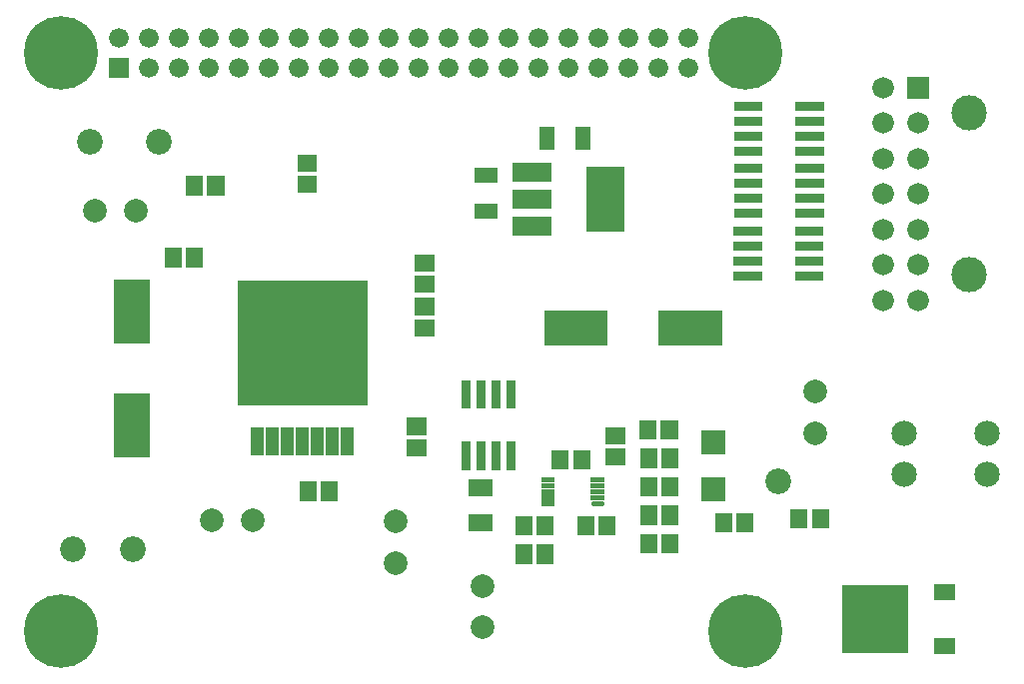
<source format=gbr>
G04 start of page 8 for group -4063 idx -4063 *
G04 Title: RspPiPS, componentmask *
G04 Creator: pcb 4.0.2 *
G04 CreationDate: Thu Dec 16 04:25:21 2021 UTC *
G04 For: austin *
G04 Format: Gerber/RS-274X *
G04 PCB-Dimensions (mil): 10000.00 10000.00 *
G04 PCB-Coordinate-Origin: lower left *
%MOIN*%
%FSLAX25Y25*%
%LNTOPMASK*%
%ADD96C,0.0180*%
%ADD95C,0.0660*%
%ADD94C,0.0846*%
%ADD93C,0.0860*%
%ADD92C,0.0787*%
%ADD91C,0.1181*%
%ADD90C,0.0720*%
%ADD89C,0.0001*%
%ADD88C,0.2461*%
G54D88*X383858Y761811D03*
G54D89*G36*
X437861Y753746D02*Y746546D01*
X445061D01*
Y753746D01*
X437861D01*
G37*
G54D90*X441461Y738335D03*
Y726524D03*
Y714713D03*
Y702902D03*
Y691091D03*
Y679280D03*
G54D91*X458469Y687783D03*
G54D90*X429650Y750146D03*
Y738335D03*
G54D91*X458469Y741720D03*
G54D90*X429650Y726524D03*
Y714713D03*
Y702902D03*
Y691091D03*
Y679280D03*
G54D88*X383858Y568898D03*
G54D92*X267000Y605390D03*
Y591610D03*
X295949Y583768D03*
Y569988D03*
G54D93*X394736Y618866D03*
G54D92*X407236Y648756D03*
Y634976D03*
G54D94*X436736Y621189D03*
X464295D03*
Y634969D03*
X436736D03*
G54D88*X155512Y761811D03*
G54D89*G36*
X171400Y760100D02*Y753500D01*
X178000D01*
Y760100D01*
X171400D01*
G37*
G54D95*X174700Y766800D03*
X184700Y756800D03*
Y766800D03*
G54D93*X188000Y732000D03*
G54D92*X180535Y709276D03*
X166756D03*
G54D93*X164961Y732283D03*
G54D88*X155512Y568898D03*
G54D92*X219425Y605799D03*
X205646D03*
G54D93*X159500Y596000D03*
X179500D03*
G54D95*X194700Y756800D03*
X204700D03*
X214700D03*
X194700Y766800D03*
X204700D03*
X214700D03*
X224700Y756800D03*
X234700D03*
X244700D03*
X254700D03*
X224700Y766800D03*
X234700D03*
X244700D03*
X254700D03*
X264700Y756800D03*
X274700D03*
X284700D03*
X264700Y766800D03*
X274700D03*
X284700D03*
X294700D03*
X304700D03*
X314700D03*
X294700Y756800D03*
X304700D03*
X314700D03*
X324700D03*
Y766800D03*
X334700Y756800D03*
X344700D03*
X354700D03*
X364700D03*
X334700Y766800D03*
X344700D03*
X354700D03*
X364700D03*
G54D89*G36*
X214350Y685900D02*Y644100D01*
X257650D01*
Y685900D01*
X214350D01*
G37*
G36*
X202902Y696752D02*X197184D01*
Y690248D01*
X202902D01*
Y696752D01*
G37*
G36*
X195816D02*X190098D01*
Y690248D01*
X195816D01*
Y696752D01*
G37*
G36*
X184906Y686224D02*X173094D01*
Y664965D01*
X184906D01*
Y686224D01*
G37*
G36*
X234291Y720773D02*Y715055D01*
X240795D01*
Y720773D01*
X234291D01*
G37*
G36*
Y727859D02*Y722141D01*
X240795D01*
Y727859D01*
X234291D01*
G37*
G36*
X209945Y720752D02*X204227D01*
Y714248D01*
X209945D01*
Y720752D01*
G37*
G36*
X202859D02*X197141D01*
Y714248D01*
X202859D01*
Y720752D01*
G37*
G36*
X247859Y618752D02*X242141D01*
Y612248D01*
X247859D01*
Y618752D01*
G37*
G36*
X240773D02*X235055D01*
Y612248D01*
X240773D01*
Y618752D01*
G37*
G36*
X184906Y648035D02*X173094D01*
Y626776D01*
X184906D01*
Y648035D01*
G37*
G36*
X223200Y636850D02*X218800D01*
Y627550D01*
X223200D01*
Y636850D01*
G37*
G36*
X228200D02*X223800D01*
Y627550D01*
X228200D01*
Y636850D01*
G37*
G36*
X233200D02*X228800D01*
Y627550D01*
X233200D01*
Y636850D01*
G37*
G36*
X238200D02*X233800D01*
Y627550D01*
X238200D01*
Y636850D01*
G37*
G36*
X243200D02*X238800D01*
Y627550D01*
X243200D01*
Y636850D01*
G37*
G36*
X248200D02*X243800D01*
Y627550D01*
X248200D01*
Y636850D01*
G37*
G36*
X253200D02*X248800D01*
Y627550D01*
X253200D01*
Y636850D01*
G37*
G36*
X292043Y632049D02*X289043D01*
Y622549D01*
X292043D01*
Y632049D01*
G37*
G36*
X297043D02*X294043D01*
Y622549D01*
X297043D01*
Y632049D01*
G37*
G36*
X302043D02*X299043D01*
Y622549D01*
X302043D01*
Y632049D01*
G37*
G36*
X307043D02*X304043D01*
Y622549D01*
X307043D01*
Y632049D01*
G37*
G36*
X291472Y619528D02*Y613810D01*
X299552D01*
Y619528D01*
X291472D01*
G37*
G36*
X307043Y652549D02*X304043D01*
Y643049D01*
X307043D01*
Y652549D01*
G37*
G36*
X302043D02*X299043D01*
Y643049D01*
X302043D01*
Y652549D01*
G37*
G36*
X297043D02*X294043D01*
Y643049D01*
X297043D01*
Y652549D01*
G37*
G36*
X292043D02*X289043D01*
Y643049D01*
X292043D01*
Y652549D01*
G37*
G36*
X270748Y639988D02*Y634270D01*
X277252D01*
Y639988D01*
X270748D01*
G37*
G36*
Y632902D02*Y627184D01*
X277252D01*
Y632902D01*
X270748D01*
G37*
G36*
X273520Y679997D02*Y674279D01*
X280024D01*
Y679997D01*
X273520D01*
G37*
G36*
Y672911D02*Y667193D01*
X280024D01*
Y672911D01*
X273520D01*
G37*
G36*
Y687478D02*Y681760D01*
X280024D01*
Y687478D01*
X273520D01*
G37*
G36*
Y694564D02*Y688846D01*
X280024D01*
Y694564D01*
X273520D01*
G37*
G36*
X379316Y608252D02*X373598D01*
Y601748D01*
X379316D01*
Y608252D01*
G37*
G36*
X386402D02*X380684D01*
Y601748D01*
X386402D01*
Y608252D01*
G37*
G36*
X404552Y609618D02*X398834D01*
Y603114D01*
X404552D01*
Y609618D01*
G37*
G36*
X411638D02*X405920D01*
Y603114D01*
X411638D01*
Y609618D01*
G37*
G36*
X369050Y620100D02*Y612200D01*
X376950D01*
Y620100D01*
X369050D01*
G37*
G36*
Y635800D02*Y627900D01*
X376950D01*
Y635800D01*
X369050D01*
G37*
G36*
X361402Y601252D02*X355684D01*
Y594748D01*
X361402D01*
Y601252D01*
G37*
G36*
Y629752D02*X355684D01*
Y623248D01*
X361402D01*
Y629752D01*
G37*
G36*
Y620252D02*X355684D01*
Y613748D01*
X361402D01*
Y620252D01*
G37*
G36*
X361252Y639252D02*X355534D01*
Y632748D01*
X361252D01*
Y639252D01*
G37*
G36*
X354316Y601252D02*X348598D01*
Y594748D01*
X354316D01*
Y601252D01*
G37*
G36*
Y629752D02*X348598D01*
Y623248D01*
X354316D01*
Y629752D01*
G37*
G36*
Y620252D02*X348598D01*
Y613748D01*
X354316D01*
Y620252D01*
G37*
G36*
X354166Y639252D02*X348448D01*
Y632748D01*
X354166D01*
Y639252D01*
G37*
G36*
X361402Y610752D02*X355684D01*
Y604248D01*
X361402D01*
Y610752D01*
G37*
G36*
X354316D02*X348598D01*
Y604248D01*
X354316D01*
Y610752D01*
G37*
G36*
X312816Y607252D02*X307098D01*
Y600748D01*
X312816D01*
Y607252D01*
G37*
G36*
X291472Y607718D02*Y602000D01*
X299552D01*
Y607718D01*
X291472D01*
G37*
G36*
X312816Y597752D02*X307098D01*
Y591248D01*
X312816D01*
Y597752D01*
G37*
G36*
X319902D02*X314184D01*
Y591248D01*
X319902D01*
Y597752D01*
G37*
G36*
Y607252D02*X314184D01*
Y600748D01*
X319902D01*
Y607252D01*
G37*
G36*
X315723Y620312D02*Y618512D01*
X320123D01*
Y620312D01*
X315723D01*
G37*
G36*
Y618312D02*Y616512D01*
X320123D01*
Y618312D01*
X315723D01*
G37*
G36*
Y616312D02*Y614512D01*
X320123D01*
Y616312D01*
X315723D01*
G37*
G36*
Y614412D02*Y612612D01*
X320123D01*
Y614412D01*
X315723D01*
G37*
G36*
Y612412D02*Y610612D01*
X320123D01*
Y612412D01*
X315723D01*
G37*
G54D96*X333123Y611412D02*X335723D01*
G54D89*G36*
X332223Y614312D02*Y612512D01*
X336623D01*
Y614312D01*
X332223D01*
G37*
G36*
Y616312D02*Y614512D01*
X336623D01*
Y616312D01*
X332223D01*
G37*
G36*
Y618212D02*Y616412D01*
X336623D01*
Y618212D01*
X332223D01*
G37*
G36*
Y620212D02*Y618412D01*
X336623D01*
Y620212D01*
X332223D01*
G37*
G36*
X324902Y629252D02*X319184D01*
Y622748D01*
X324902D01*
Y629252D01*
G37*
G36*
X316614Y675906D02*Y664094D01*
X337874D01*
Y675906D01*
X316614D01*
G37*
G36*
X331988Y629252D02*X326270D01*
Y622748D01*
X331988D01*
Y629252D01*
G37*
G36*
X340402Y607252D02*X334684D01*
Y600748D01*
X340402D01*
Y607252D01*
G37*
G36*
X333316D02*X327598D01*
Y600748D01*
X333316D01*
Y607252D01*
G37*
G36*
X337205Y636945D02*Y631227D01*
X343709D01*
Y636945D01*
X337205D01*
G37*
G36*
Y629859D02*Y624141D01*
X343709D01*
Y629859D01*
X337205D01*
G37*
G36*
X446689Y566411D02*Y561211D01*
X453889D01*
Y566411D01*
X446689D01*
G37*
G36*
Y584411D02*Y579211D01*
X453889D01*
Y584411D01*
X446689D01*
G37*
G36*
X438189Y584061D02*X416189D01*
Y561561D01*
X438189D01*
Y584061D01*
G37*
G36*
X306198Y725092D02*Y718892D01*
X318998D01*
Y725092D01*
X306198D01*
G37*
G36*
X293385Y723511D02*Y718411D01*
X300985D01*
Y723511D01*
X293385D01*
G37*
G36*
X306198Y716092D02*Y709892D01*
X318998D01*
Y716092D01*
X306198D01*
G37*
G36*
X293385Y711511D02*Y706411D01*
X300985D01*
Y711511D01*
X293385D01*
G37*
G36*
X306198Y706992D02*Y700792D01*
X318998D01*
Y706992D01*
X306198D01*
G37*
G36*
X343398Y723892D02*X330598D01*
Y702092D01*
X343398D01*
Y723892D01*
G37*
G36*
X320163Y737215D02*X315063D01*
Y729615D01*
X320163D01*
Y737215D01*
G37*
G36*
X332163D02*X327063D01*
Y729615D01*
X332163D01*
Y737215D01*
G37*
G36*
X379868Y703744D02*Y700744D01*
X389368D01*
Y703744D01*
X379868D01*
G37*
G36*
X380016Y719803D02*Y716803D01*
X389516D01*
Y719803D01*
X380016D01*
G37*
G36*
Y714803D02*Y711803D01*
X389516D01*
Y714803D01*
X380016D01*
G37*
G36*
Y709803D02*Y706803D01*
X389516D01*
Y709803D01*
X380016D01*
G37*
G36*
Y724803D02*Y721803D01*
X389516D01*
Y724803D01*
X380016D01*
G37*
G36*
X400516Y719803D02*Y716803D01*
X410016D01*
Y719803D01*
X400516D01*
G37*
G36*
Y724803D02*Y721803D01*
X410016D01*
Y724803D01*
X400516D01*
G37*
G36*
Y730358D02*Y727358D01*
X410016D01*
Y730358D01*
X400516D01*
G37*
G36*
X400368Y703744D02*Y700744D01*
X409868D01*
Y703744D01*
X400368D01*
G37*
G36*
X400516Y709803D02*Y706803D01*
X410016D01*
Y709803D01*
X400516D01*
G37*
G36*
Y714803D02*Y711803D01*
X410016D01*
Y714803D01*
X400516D01*
G37*
G36*
Y735358D02*Y732358D01*
X410016D01*
Y735358D01*
X400516D01*
G37*
G36*
Y740358D02*Y737358D01*
X410016D01*
Y740358D01*
X400516D01*
G37*
G36*
Y745358D02*Y742358D01*
X410016D01*
Y745358D01*
X400516D01*
G37*
G36*
X380016D02*Y742358D01*
X389516D01*
Y745358D01*
X380016D01*
G37*
G36*
Y740358D02*Y737358D01*
X389516D01*
Y740358D01*
X380016D01*
G37*
G36*
Y735358D02*Y732358D01*
X389516D01*
Y735358D01*
X380016D01*
G37*
G36*
Y730358D02*Y727358D01*
X389516D01*
Y730358D01*
X380016D01*
G37*
G36*
X354803Y675906D02*Y664094D01*
X376063D01*
Y675906D01*
X354803D01*
G37*
G36*
X379868Y698744D02*Y695744D01*
X389368D01*
Y698744D01*
X379868D01*
G37*
G36*
Y693744D02*Y690744D01*
X389368D01*
Y693744D01*
X379868D01*
G37*
G36*
Y688744D02*Y685744D01*
X389368D01*
Y688744D01*
X379868D01*
G37*
G36*
X400368D02*Y685744D01*
X409868D01*
Y688744D01*
X400368D01*
G37*
G36*
Y693744D02*Y690744D01*
X409868D01*
Y693744D01*
X400368D01*
G37*
G36*
Y698744D02*Y695744D01*
X409868D01*
Y698744D01*
X400368D01*
G37*
M02*

</source>
